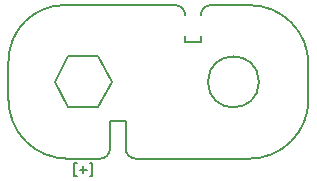
<source format=gbo>
G04 #@! TF.FileFunction,Legend,Bot*
%FSLAX46Y46*%
G04 Gerber Fmt 4.6, Leading zero omitted, Abs format (unit mm)*
G04 Created by KiCad (PCBNEW 4.0.6) date 08/08/17 15:54:06*
%MOMM*%
%LPD*%
G01*
G04 APERTURE LIST*
%ADD10C,0.100000*%
%ADD11C,0.150000*%
%ADD12C,0.127000*%
%ADD13R,1.651000X1.651000*%
%ADD14C,1.651000*%
%ADD15C,0.800000*%
%ADD16C,3.216000*%
G04 APERTURE END LIST*
D10*
D11*
X140286740Y-111653320D02*
X143136620Y-111658400D01*
X148074380Y-98656140D02*
X140106400Y-98658680D01*
X149482000Y-98656000D02*
X148782000Y-98656000D01*
X155802000Y-111656000D02*
X154372000Y-111656000D01*
X146172000Y-111656000D02*
X146912000Y-111656000D01*
X155787000Y-98656000D02*
X152537000Y-98656000D01*
X148082000Y-98656000D02*
X148782000Y-98656000D01*
X152532000Y-98651000D02*
G75*
G03X151672000Y-99511000I0J-860000D01*
G01*
X150347000Y-99516000D02*
G75*
G03X149487000Y-98656000I-860000J0D01*
G01*
X151667000Y-100296000D02*
X151667000Y-101816000D01*
X150347000Y-100286000D02*
X150347000Y-101806000D01*
X150347000Y-101816000D02*
X151667000Y-101816000D01*
X143987000Y-110006000D02*
X143987000Y-110796000D01*
X151667000Y-99546000D02*
X151667000Y-100336000D01*
X146882000Y-111656000D02*
X148122000Y-111656000D01*
X145307000Y-110796000D02*
G75*
G03X146167000Y-111656000I860000J0D01*
G01*
X145307000Y-110006000D02*
X145307000Y-110796000D01*
X145307000Y-108486000D02*
X145307000Y-110006000D01*
X143987000Y-108486000D02*
X143987000Y-110006000D01*
X150347000Y-99516000D02*
X150347000Y-100306000D01*
X143987000Y-110796000D02*
G75*
G02X143127000Y-111656000I-860000J0D01*
G01*
X143987000Y-108486000D02*
X145307000Y-108486000D01*
X143002000Y-107315000D02*
X144145000Y-105156000D01*
X144145000Y-105156000D02*
X143002000Y-102997000D01*
X140462000Y-107315000D02*
X143002000Y-107315000D01*
X140462000Y-102997000D02*
X143002000Y-102997000D01*
X140462000Y-107315000D02*
X139319000Y-105156000D01*
X139319000Y-105156000D02*
X140462000Y-102997000D01*
X156591000Y-105156000D02*
G75*
G03X156591000Y-105156000I-2159000J0D01*
G01*
X155787000Y-98656000D02*
G75*
G02X160787000Y-103656000I0J-5000000D01*
G01*
X160787000Y-106656000D02*
G75*
G02X155787000Y-111656000I-5000000J0D01*
G01*
X160787000Y-105156000D02*
X160787000Y-106656000D01*
X160787000Y-105156000D02*
X160787000Y-103656000D01*
X147377000Y-111656000D02*
X154377000Y-111656000D01*
X135385000Y-103406000D02*
G75*
G02X140135000Y-98656000I4750000J0D01*
G01*
X135385000Y-106656000D02*
X135385000Y-103406000D01*
X140385000Y-111656000D02*
G75*
G02X135385000Y-106656000I0J5000000D01*
G01*
D12*
X142312571Y-113120714D02*
X142494000Y-113120714D01*
X142494000Y-112032143D01*
X142312571Y-112032143D01*
X142022285Y-112576429D02*
X141441714Y-112576429D01*
X141732000Y-112866714D02*
X141732000Y-112286143D01*
X141151428Y-113120714D02*
X140969999Y-113120714D01*
X140969999Y-112032143D01*
X141151428Y-112032143D01*
%LPC*%
D13*
X151003000Y-100457000D03*
D14*
X151003000Y-97917000D03*
D15*
X159194500Y-105791000D03*
X159194500Y-108815000D03*
D16*
X141732000Y-105156000D03*
X154432000Y-105156000D03*
M02*

</source>
